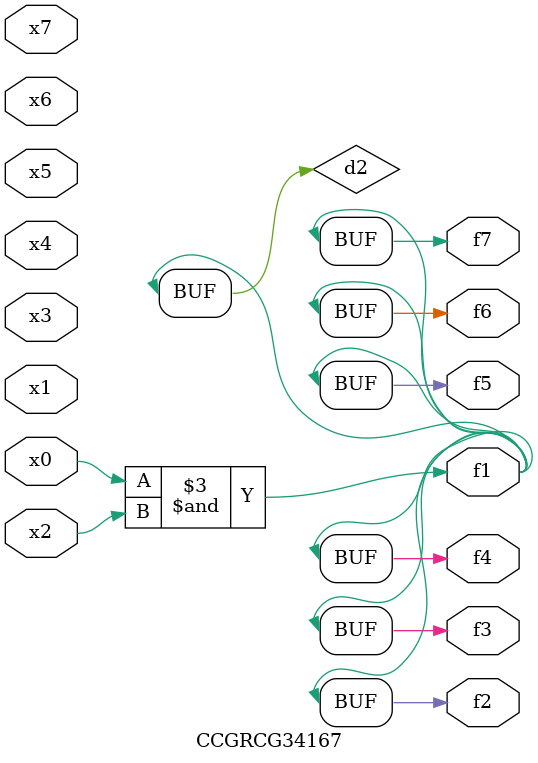
<source format=v>
module CCGRCG34167(
	input x0, x1, x2, x3, x4, x5, x6, x7,
	output f1, f2, f3, f4, f5, f6, f7
);

	wire d1, d2;

	nor (d1, x3, x6);
	and (d2, x0, x2);
	assign f1 = d2;
	assign f2 = d2;
	assign f3 = d2;
	assign f4 = d2;
	assign f5 = d2;
	assign f6 = d2;
	assign f7 = d2;
endmodule

</source>
